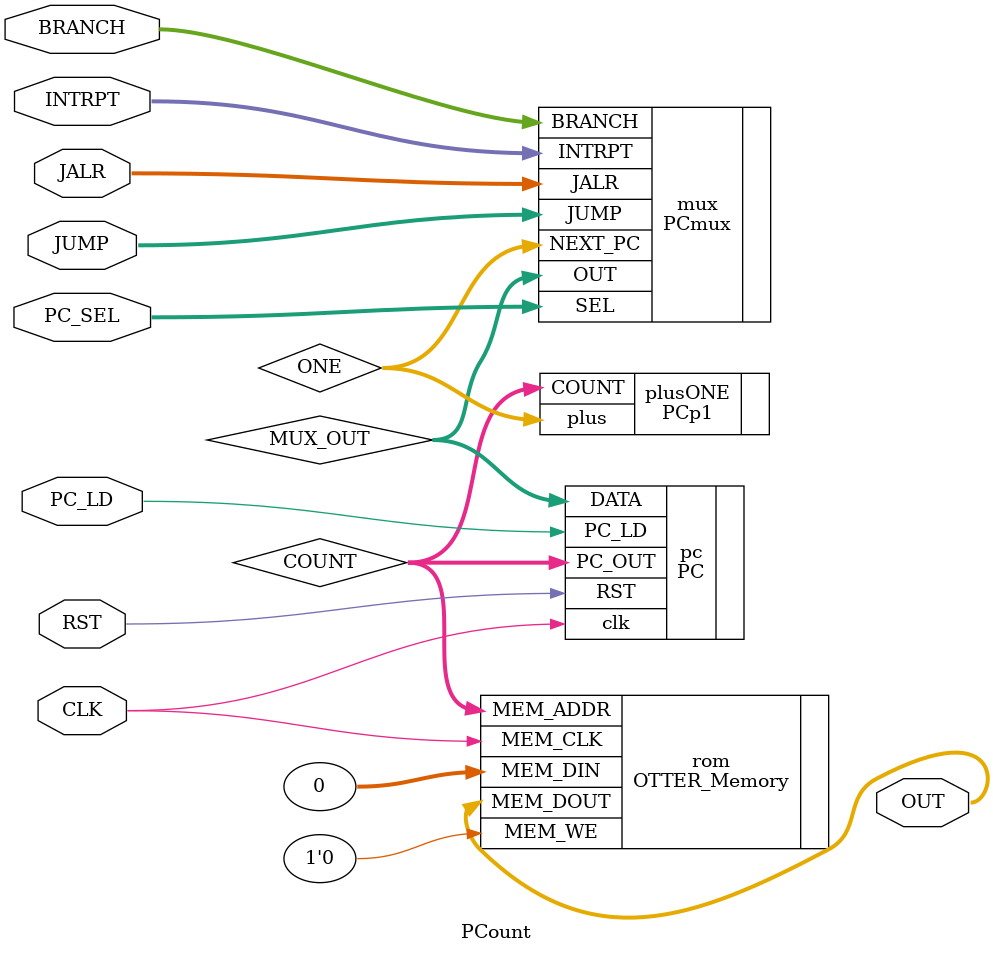
<source format=sv>
`timescale 1ns / 1ps


module PCount(input CLK, 
    input RST,
    input [9:0] JALR,
    input [9:0] BRANCH,
    input [9:0] JUMP,
    input [9:0] INTRPT,
    input [2:0] PC_SEL,
    input PC_LD,
    output logic [31:0] OUT
    );
   
wire [9:0] MUX_OUT;
wire [9:0] COUNT;
wire [9:0] ONE;

    PCmux mux(.NEXT_PC(ONE), .JALR(JALR), .BRANCH(BRANCH),
              .JUMP(JUMP), .INTRPT(INTRPT), .SEL(PC_SEL), .OUT(MUX_OUT));
   
   PC pc(.clk(CLK), .RST(RST) , .DATA(MUX_OUT), .PC_LD(PC_LD), .PC_OUT(COUNT));//the actual program counter
   
   OTTER_Memory rom(.MEM_ADDR(COUNT),. MEM_CLK(CLK), .MEM_DIN(32'h0000), .MEM_WE(1'b0), .MEM_DOUT(OUT));
   
   PCp1 plusONE (.COUNT(COUNT), .plus(ONE)); //this module adds 1 to the current count

endmodule

</source>
